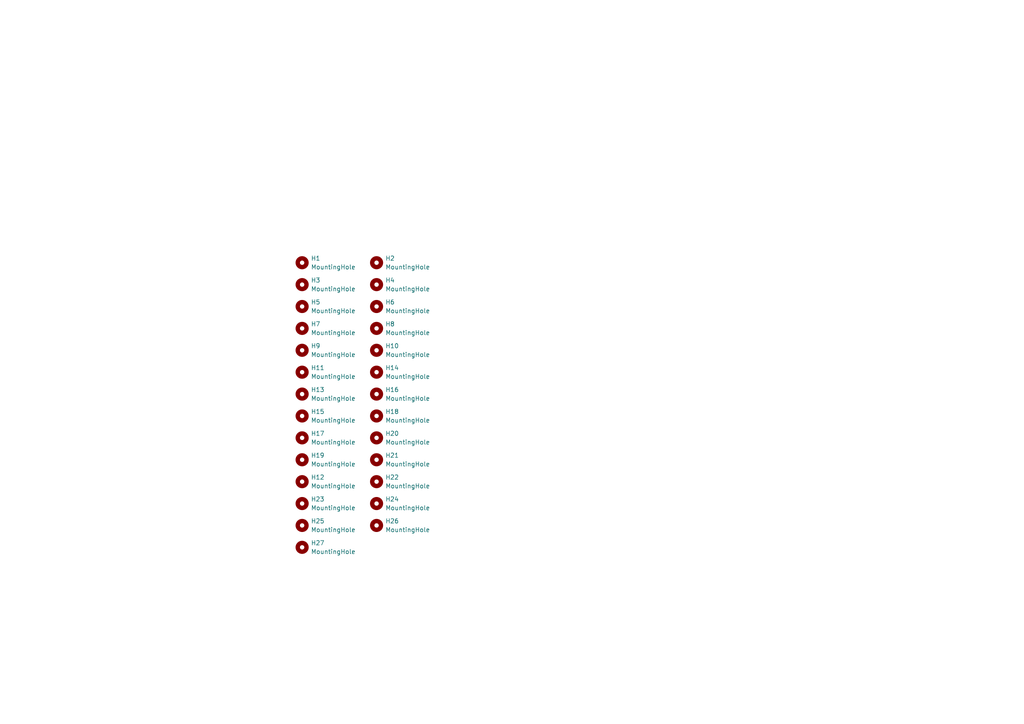
<source format=kicad_sch>
(kicad_sch (version 20230121) (generator eeschema)
  (paper "A4")
  (title_block (title "capybully") (date "2023-07-18") (rev "0.1") (company "sporkus"))
  (lib_symbols
    (symbol "Mechanical:MountingHole" (pin_names (offset 1.016))
      (property "Reference" "H" (at 0 5.08 0))
      (property "Value" "MountingHole" (at 0 3.175 0))
      (symbol "MountingHole_0_1"
        (circle (center 0 0) (radius 1.27) (stroke (width 1.27)))
      )
    )
  )
  (symbol (lib_id "Mechanical:MountingHole") (at 87.63 95.25 0) (unit 1)
    (property "Reference" "H7" (at 90.17 93.98 0) (effects (justify left)))
    (property "Value" "MountingHole" (at 90.17 96.52 0) (effects (justify left)))
    (property "Footprint" "MountingHole:MountingHole_2.2mm_M2_DIN965" (effects hide))
  )
  (symbol (lib_id "Mechanical:MountingHole") (at 109.22 133.35 0) (unit 1)
    (property "Reference" "H21" (at 111.76 132.08 0) (effects (justify left)))
    (property "Value" "MountingHole" (at 111.76 134.62 0) (effects (justify left)))
    (property "Footprint" "MountingHole:MountingHole_2.2mm_M2_DIN965" (effects hide))
  )
  (symbol (lib_id "Mechanical:MountingHole") (at 87.63 120.65 0) (unit 1)
    (property "Reference" "H15" (at 90.17 119.38 0) (effects (justify left)))
    (property "Value" "MountingHole" (at 90.17 121.92 0) (effects (justify left)))
    (property "Footprint" "MountingHole:MountingHole_2.2mm_M2_DIN965" (effects hide))
  )
  (symbol (lib_id "Mechanical:MountingHole") (at 109.22 127 0) (unit 1)
    (property "Reference" "H20" (at 111.76 125.73 0) (effects (justify left)))
    (property "Value" "MountingHole" (at 111.76 128.27 0) (effects (justify left)))
    (property "Footprint" "MountingHole:MountingHole_2.2mm_M2_DIN965" (effects hide))
  )
  (symbol (lib_id "Mechanical:MountingHole") (at 87.63 107.95 0) (unit 1)
    (property "Reference" "H11" (at 90.17 106.68 0) (effects (justify left)))
    (property "Value" "MountingHole" (at 90.17 109.22 0) (effects (justify left)))
    (property "Footprint" "MountingHole:MountingHole_2.2mm_M2_DIN965" (effects hide))
  )
  (symbol (lib_id "Mechanical:MountingHole") (at 87.63 101.6 0) (unit 1)
    (property "Reference" "H9" (at 90.17 100.33 0) (effects (justify left)))
    (property "Value" "MountingHole" (at 90.17 102.87 0) (effects (justify left)))
    (property "Footprint" "MountingHole:MountingHole_2.2mm_M2_DIN965" (effects hide))
  )
  (symbol (lib_id "Mechanical:MountingHole") (at 109.22 101.6 0) (unit 1)
    (property "Reference" "H10" (at 111.76 100.33 0) (effects (justify left)))
    (property "Value" "MountingHole" (at 111.76 102.87 0) (effects (justify left)))
    (property "Footprint" "MountingHole:MountingHole_2.2mm_M2_DIN965" (effects hide))
  )
  (symbol (lib_id "Mechanical:MountingHole") (at 87.63 76.2 0) (unit 1)
    (property "Reference" "H1" (at 90.17 74.93 0) (effects (justify left)))
    (property "Value" "MountingHole" (at 90.17 77.47 0) (effects (justify left)))
    (property "Footprint" "MountingHole:MountingHole_2.2mm_M2_DIN965" (effects hide))
  )
  (symbol (lib_id "Mechanical:MountingHole") (at 87.63 152.4 0) (unit 1)
    (property "Reference" "H25" (at 90.17 151.13 0) (effects (justify left)))
    (property "Value" "MountingHole" (at 90.17 153.67 0) (effects (justify left)))
    (property "Footprint" "MountingHole:MountingHole_2.2mm_M2_DIN965" (effects hide))
  )
  (symbol (lib_id "Mechanical:MountingHole") (at 109.22 95.25 0) (unit 1)
    (property "Reference" "H8" (at 111.76 93.98 0) (effects (justify left)))
    (property "Value" "MountingHole" (at 111.76 96.52 0) (effects (justify left)))
    (property "Footprint" "MountingHole:MountingHole_2.2mm_M2_DIN965" (effects hide))
  )
  (symbol (lib_id "Mechanical:MountingHole") (at 87.63 88.9 0) (unit 1)
    (property "Reference" "H5" (at 90.17 87.63 0) (effects (justify left)))
    (property "Value" "MountingHole" (at 90.17 90.17 0) (effects (justify left)))
    (property "Footprint" "MountingHole:MountingHole_2.2mm_M2_DIN965" (effects hide))
  )
  (symbol (lib_id "Mechanical:MountingHole") (at 109.22 120.65 0) (unit 1)
    (property "Reference" "H18" (at 111.76 119.38 0) (effects (justify left)))
    (property "Value" "MountingHole" (at 111.76 121.92 0) (effects (justify left)))
    (property "Footprint" "MountingHole:MountingHole_2.2mm_M2_DIN965" (effects hide))
  )
  (symbol (lib_id "Mechanical:MountingHole") (at 87.63 139.7 0) (unit 1)
    (property "Reference" "H12" (at 90.17 138.43 0) (effects (justify left)))
    (property "Value" "MountingHole" (at 90.17 140.97 0) (effects (justify left)))
    (property "Footprint" "MountingHole:MountingHole_2.2mm_M2_DIN965" (effects hide))
  )
  (symbol (lib_id "Mechanical:MountingHole") (at 109.22 139.7 0) (unit 1)
    (property "Reference" "H22" (at 111.76 138.43 0) (effects (justify left)))
    (property "Value" "MountingHole" (at 111.76 140.97 0) (effects (justify left)))
    (property "Footprint" "MountingHole:MountingHole_2.2mm_M2_DIN965" (effects hide))
  )
  (symbol (lib_id "Mechanical:MountingHole") (at 109.22 152.4 0) (unit 1)
    (property "Reference" "H26" (at 111.76 151.13 0) (effects (justify left)))
    (property "Value" "MountingHole" (at 111.76 153.67 0) (effects (justify left)))
    (property "Footprint" "MountingHole:MountingHole_2.2mm_M2_DIN965" (effects hide))
  )
  (symbol (lib_id "Mechanical:MountingHole") (at 87.63 82.55 0) (unit 1)
    (property "Reference" "H3" (at 90.17 81.28 0) (effects (justify left)))
    (property "Value" "MountingHole" (at 90.17 83.82 0) (effects (justify left)))
    (property "Footprint" "MountingHole:MountingHole_2.2mm_M2_DIN965" (effects hide))
  )
  (symbol (lib_id "Mechanical:MountingHole") (at 87.63 133.35 0) (unit 1)
    (property "Reference" "H19" (at 90.17 132.08 0) (effects (justify left)))
    (property "Value" "MountingHole" (at 90.17 134.62 0) (effects (justify left)))
    (property "Footprint" "MountingHole:MountingHole_2.2mm_M2_DIN965" (effects hide))
  )
  (symbol (lib_id "Mechanical:MountingHole") (at 109.22 76.2 0) (unit 1)
    (property "Reference" "H2" (at 111.76 74.93 0) (effects (justify left)))
    (property "Value" "MountingHole" (at 111.76 77.47 0) (effects (justify left)))
    (property "Footprint" "MountingHole:MountingHole_2.2mm_M2_DIN965" (effects hide))
  )
  (symbol (lib_id "Mechanical:MountingHole") (at 87.63 127 0) (unit 1)
    (property "Reference" "H17" (at 90.17 125.73 0) (effects (justify left)))
    (property "Value" "MountingHole" (at 90.17 128.27 0) (effects (justify left)))
    (property "Footprint" "MountingHole:MountingHole_2.2mm_M2_DIN965" (effects hide))
  )
  (symbol (lib_id "Mechanical:MountingHole") (at 109.22 146.05 0) (unit 1)
    (property "Reference" "H24" (at 111.76 144.78 0) (effects (justify left)))
    (property "Value" "MountingHole" (at 111.76 147.32 0) (effects (justify left)))
    (property "Footprint" "MountingHole:MountingHole_2.2mm_M2_DIN965" (effects hide))
  )
  (symbol (lib_id "Mechanical:MountingHole") (at 87.63 114.3 0) (unit 1)
    (property "Reference" "H13" (at 90.17 113.03 0) (effects (justify left)))
    (property "Value" "MountingHole" (at 90.17 115.57 0) (effects (justify left)))
    (property "Footprint" "MountingHole:MountingHole_2.2mm_M2_DIN965" (effects hide))
  )
  (symbol (lib_id "Mechanical:MountingHole") (at 109.22 88.9 0) (unit 1)
    (property "Reference" "H6" (at 111.76 87.63 0) (effects (justify left)))
    (property "Value" "MountingHole" (at 111.76 90.17 0) (effects (justify left)))
    (property "Footprint" "MountingHole:MountingHole_2.2mm_M2_DIN965" (effects hide))
  )
  (symbol (lib_id "Mechanical:MountingHole") (at 109.22 114.3 0) (unit 1)
    (property "Reference" "H16" (at 111.76 113.03 0) (effects (justify left)))
    (property "Value" "MountingHole" (at 111.76 115.57 0) (effects (justify left)))
    (property "Footprint" "MountingHole:MountingHole_2.2mm_M2_DIN965" (effects hide))
  )
  (symbol (lib_id "Mechanical:MountingHole") (at 87.63 158.75 0) (unit 1)
    (property "Reference" "H27" (at 90.17 157.48 0) (effects (justify left)))
    (property "Value" "MountingHole" (at 90.17 160.02 0) (effects (justify left)))
    (property "Footprint" "MountingHole:MountingHole_2.2mm_M2_DIN965" (effects hide))
  )
  (symbol (lib_id "Mechanical:MountingHole") (at 109.22 107.95 0) (unit 1)
    (property "Reference" "H14" (at 111.76 106.68 0) (effects (justify left)))
    (property "Value" "MountingHole" (at 111.76 109.22 0) (effects (justify left)))
    (property "Footprint" "MountingHole:MountingHole_2.2mm_M2_DIN965" (effects hide))
  )
  (symbol (lib_id "Mechanical:MountingHole") (at 87.63 146.05 0) (unit 1)
    (property "Reference" "H23" (at 90.17 144.78 0) (effects (justify left)))
    (property "Value" "MountingHole" (at 90.17 147.32 0) (effects (justify left)))
    (property "Footprint" "MountingHole:MountingHole_2.2mm_M2_DIN965" (effects hide))
  )
  (symbol (lib_id "Mechanical:MountingHole") (at 109.22 82.55 0) (unit 1)
    (property "Reference" "H4" (at 111.76 81.28 0) (effects (justify left)))
    (property "Value" "MountingHole" (at 111.76 83.82 0) (effects (justify left)))
    (property "Footprint" "MountingHole:MountingHole_2.2mm_M2_DIN965" (effects hide))
  )
)
</source>
